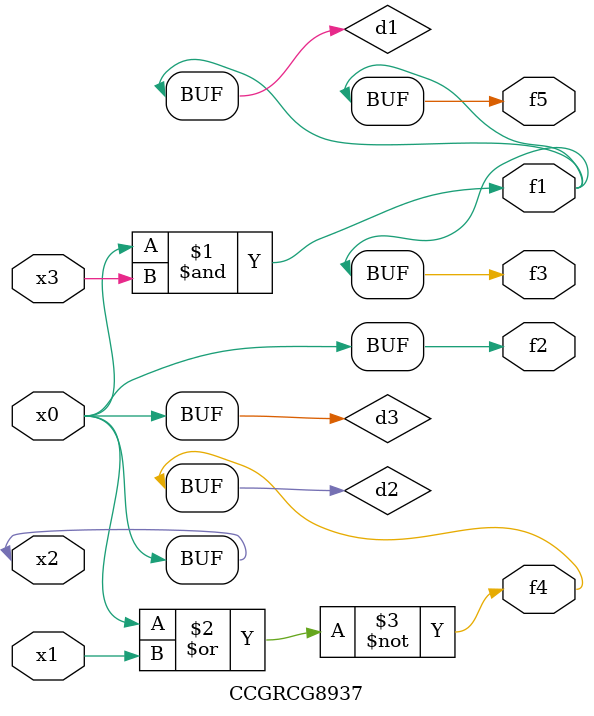
<source format=v>
module CCGRCG8937(
	input x0, x1, x2, x3,
	output f1, f2, f3, f4, f5
);

	wire d1, d2, d3;

	and (d1, x2, x3);
	nor (d2, x0, x1);
	buf (d3, x0, x2);
	assign f1 = d1;
	assign f2 = d3;
	assign f3 = d1;
	assign f4 = d2;
	assign f5 = d1;
endmodule

</source>
